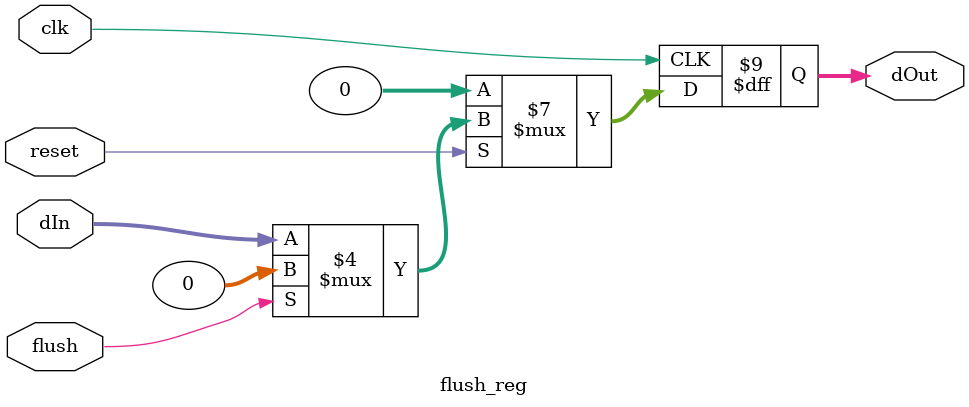
<source format=v>
`timescale 1ns / 1ps


module flush_reg #(parameter width = 32)
   (input clk,reset,flush,
    input [width-1 : 0]     dIn,
    output reg [width-1 :0] dOut);
   always @(posedge clk )
   begin
        if(reset==0)
          dOut <=32'h00000000;
        else if (flush)
          // if(!den)
          dOut <=32'h00000000;
        else  
            dOut <= dIn;
     end
 
endmodule // Reg
</source>
